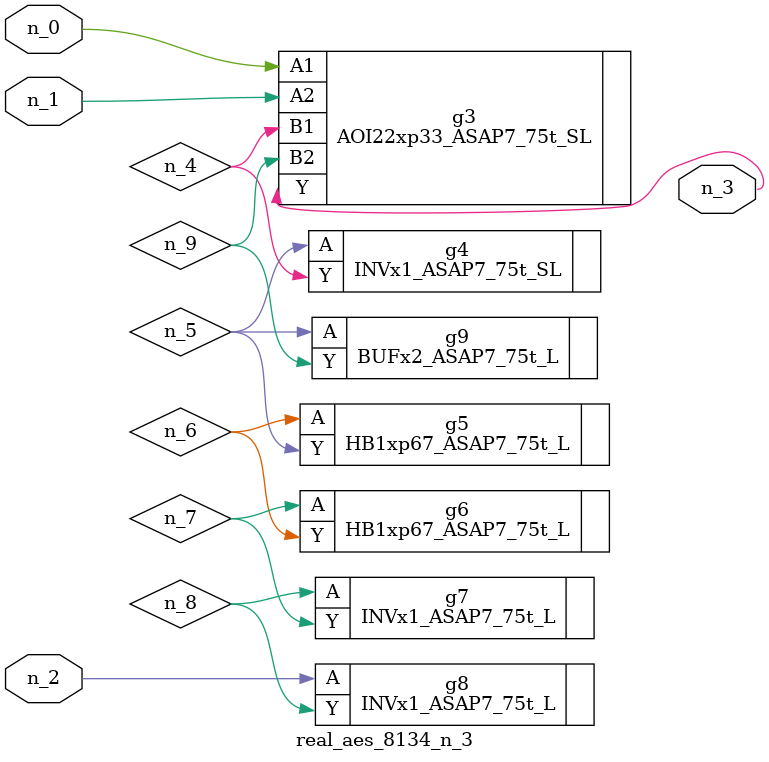
<source format=v>
module real_aes_8134_n_3 (n_0, n_2, n_1, n_3);
input n_0;
input n_2;
input n_1;
output n_3;
wire n_4;
wire n_5;
wire n_7;
wire n_9;
wire n_6;
wire n_8;
AOI22xp33_ASAP7_75t_SL g3 ( .A1(n_0), .A2(n_1), .B1(n_4), .B2(n_9), .Y(n_3) );
INVx1_ASAP7_75t_L g8 ( .A(n_2), .Y(n_8) );
INVx1_ASAP7_75t_SL g4 ( .A(n_5), .Y(n_4) );
BUFx2_ASAP7_75t_L g9 ( .A(n_5), .Y(n_9) );
HB1xp67_ASAP7_75t_L g5 ( .A(n_6), .Y(n_5) );
HB1xp67_ASAP7_75t_L g6 ( .A(n_7), .Y(n_6) );
INVx1_ASAP7_75t_L g7 ( .A(n_8), .Y(n_7) );
endmodule
</source>
